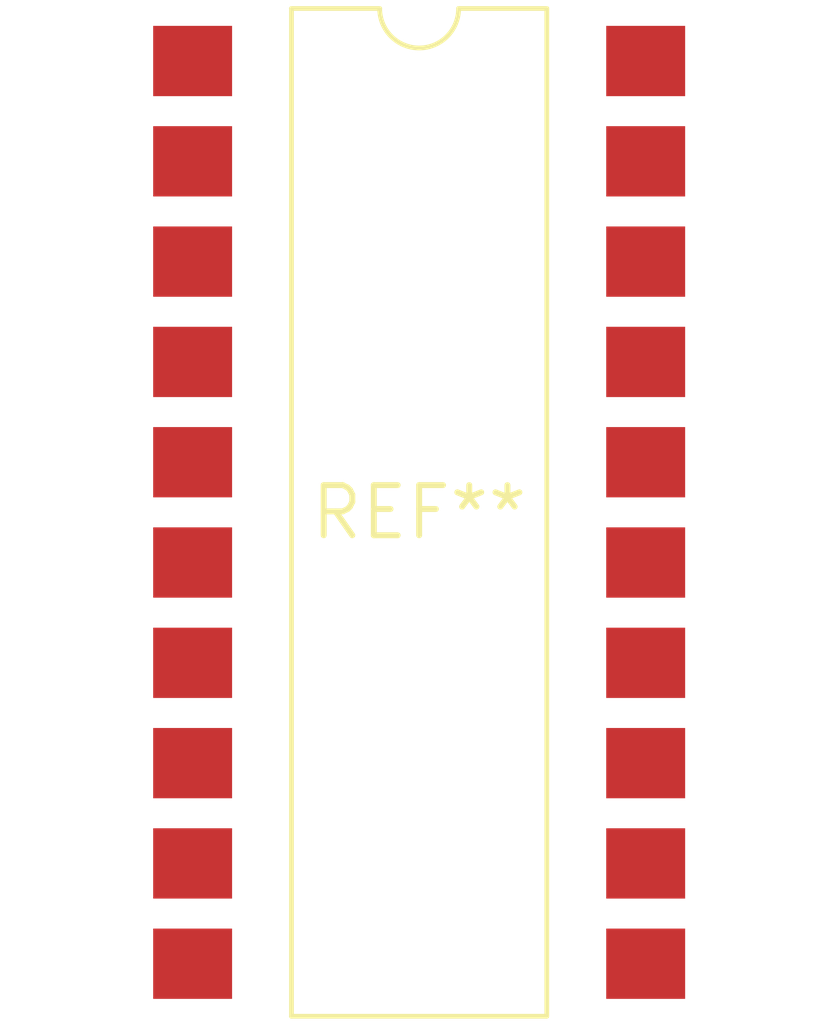
<source format=kicad_pcb>
(kicad_pcb (version 20240108) (generator pcbnew)
  (layers (0 "F.Cu" signal) (31 "B.Cu" signal) (34 "B.Paste" user) (35 "F.Paste" user) (36 "B.SilkS" user "B.Silkscreen") (37 "F.SilkS" user "F.Silkscreen") (38 "B.Mask" user) (39 "F.Mask" user) (44 "Edge.Cuts" user))
  (net 0 "")
  (footprint "SMDIP-20_W11.48mm" (layer "F.Cu") (at 0 0)
    (property "Reference" "REF**")
    (property "Value" "SMDIP-20_W11.48mm")
    (fp_line (start -3.235 -12.76) (end -3.235 12.76) (layer "F.SilkS") (stroke (width 0.12)))
    (fp_line (start -3.235 12.76) (end 3.235 12.76) (layer "F.SilkS") (stroke (width 0.12)))
    (fp_line (start -1 -12.76) (end -3.235 -12.76) (layer "F.SilkS") (stroke (width 0.12)))
    (fp_line (start 3.235 -12.76) (end 1 -12.76) (layer "F.SilkS") (stroke (width 0.12)))
    (fp_line (start 3.235 12.76) (end 3.235 -12.76) (layer "F.SilkS") (stroke (width 0.12)))
    (fp_arc (start 1 -12.76) (mid 0 -11.76) (end -1 -12.76) (layer "F.SilkS") (stroke (width 0.12)))
    (pad "1" smd rect (at -5.74 -11.43) (size 2 1.78) (layers "F.Cu" "F.Paste" "F.Mask"))
    (pad "2" smd rect (at -5.74 -8.89) (size 2 1.78) (layers "F.Cu" "F.Paste" "F.Mask"))
    (pad "3" smd rect (at -5.74 -6.35) (size 2 1.78) (layers "F.Cu" "F.Paste" "F.Mask"))
    (pad "4" smd rect (at -5.74 -3.81) (size 2 1.78) (layers "F.Cu" "F.Paste" "F.Mask"))
    (pad "5" smd rect (at -5.74 -1.27) (size 2 1.78) (layers "F.Cu" "F.Paste" "F.Mask"))
    (pad "6" smd rect (at -5.74 1.27) (size 2 1.78) (layers "F.Cu" "F.Paste" "F.Mask"))
    (pad "7" smd rect (at -5.74 3.81) (size 2 1.78) (layers "F.Cu" "F.Paste" "F.Mask"))
    (pad "8" smd rect (at -5.74 6.35) (size 2 1.78) (layers "F.Cu" "F.Paste" "F.Mask"))
    (pad "9" smd rect (at -5.74 8.89) (size 2 1.78) (layers "F.Cu" "F.Paste" "F.Mask"))
    (pad "10" smd rect (at -5.74 11.43) (size 2 1.78) (layers "F.Cu" "F.Paste" "F.Mask"))
    (pad "11" smd rect (at 5.74 11.43) (size 2 1.78) (layers "F.Cu" "F.Paste" "F.Mask"))
    (pad "12" smd rect (at 5.74 8.89) (size 2 1.78) (layers "F.Cu" "F.Paste" "F.Mask"))
    (pad "13" smd rect (at 5.74 6.35) (size 2 1.78) (layers "F.Cu" "F.Paste" "F.Mask"))
    (pad "14" smd rect (at 5.74 3.81) (size 2 1.78) (layers "F.Cu" "F.Paste" "F.Mask"))
    (pad "15" smd rect (at 5.74 1.27) (size 2 1.78) (layers "F.Cu" "F.Paste" "F.Mask"))
    (pad "16" smd rect (at 5.74 -1.27) (size 2 1.78) (layers "F.Cu" "F.Paste" "F.Mask"))
    (pad "17" smd rect (at 5.74 -3.81) (size 2 1.78) (layers "F.Cu" "F.Paste" "F.Mask"))
    (pad "18" smd rect (at 5.74 -6.35) (size 2 1.78) (layers "F.Cu" "F.Paste" "F.Mask"))
    (pad "19" smd rect (at 5.74 -8.89) (size 2 1.78) (layers "F.Cu" "F.Paste" "F.Mask"))
    (pad "20" smd rect (at 5.74 -11.43) (size 2 1.78) (layers "F.Cu" "F.Paste" "F.Mask"))
  )
)
</source>
